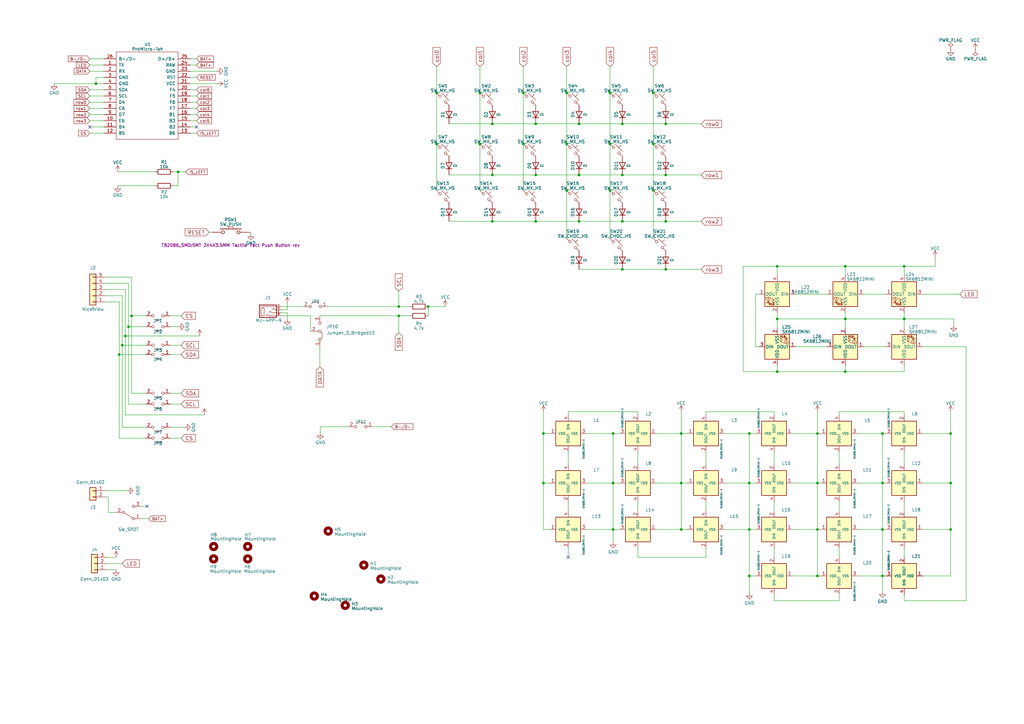
<source format=kicad_sch>
(kicad_sch (version 20230121) (generator eeschema)
  (paper "A3")
  (title_block (title "uniCorne Cherry") (date "2023-07-20") (rev "0.9") (company "Thunderbird2086"))
  (junction (at 219.71 50.8))
  (junction (at 237.49 71.755))
  (junction (at 50.165 141.605))
  (junction (at 361.95 236.22))
  (junction (at 250.19 78.105))
  (junction (at 163.576 125.73))
  (junction (at 179.07 59.055))
  (junction (at 361.95 177.8))
  (junction (at 251.46 198.12))
  (junction (at 318.77 152.4))
  (junction (at 196.85 38.1))
  (junction (at 389.89 217.17))
  (junction (at 222.885 198.12))
  (junction (at 389.89 198.12))
  (junction (at 370.84 130.81))
  (junction (at 201.93 71.755))
  (junction (at 318.77 109.22))
  (junction (at 389.89 177.8))
  (junction (at 251.46 217.17))
  (junction (at 267.97 59.055))
  (junction (at 237.49 90.805))
  (junction (at 335.28 198.12))
  (junction (at 335.28 217.17))
  (junction (at 163.576 129.54))
  (junction (at 48.895 145.415))
  (junction (at 318.77 130.81))
  (junction (at 307.34 177.8))
  (junction (at 214.63 59.055))
  (junction (at 196.85 59.055))
  (junction (at 219.71 71.755))
  (junction (at 179.07 38.1))
  (junction (at 251.46 177.8))
  (junction (at 201.93 90.805))
  (junction (at 201.93 50.8))
  (junction (at 361.95 217.17))
  (junction (at 273.05 50.8))
  (junction (at 307.34 198.12))
  (junction (at 222.885 177.8))
  (junction (at 370.84 109.22))
  (junction (at 307.34 236.22))
  (junction (at 232.41 59.055))
  (junction (at 237.49 50.8))
  (junction (at 273.05 90.805))
  (junction (at 51.435 137.795))
  (junction (at 346.71 152.4))
  (junction (at 52.705 133.985))
  (junction (at 255.27 71.755))
  (junction (at 279.4 198.12))
  (junction (at 232.41 38.1))
  (junction (at 232.41 78.105))
  (junction (at 273.05 71.755))
  (junction (at 335.28 177.8))
  (junction (at 267.97 38.1))
  (junction (at 346.71 109.22))
  (junction (at 214.63 38.1))
  (junction (at 361.95 198.12))
  (junction (at 53.975 129.54))
  (junction (at 73.025 70.485))
  (junction (at 346.71 130.81))
  (junction (at 250.19 38.1))
  (junction (at 255.27 110.49))
  (junction (at 307.34 217.17))
  (junction (at 255.27 50.8))
  (junction (at 175.641 125.73))
  (junction (at 273.05 110.49))
  (junction (at 335.28 236.22))
  (junction (at 267.97 78.105))
  (junction (at 255.27 90.805))
  (junction (at 219.71 90.805))
  (junction (at 279.4 177.8))
  (junction (at 39.37 34.29))
  (junction (at 250.19 59.055))
  (junction (at 279.4 217.17))
  (no_connect (at 36.83 52.07))
  (no_connect (at 60.325 207.645))
  (no_connect (at 80.645 52.07))
  (no_connect (at 233.045 228.6))
  (wire (pts (xy 36.83 54.61) (xy 42.545 54.61)))
  (wire (pts (xy 201.93 50.8) (xy 219.71 50.8)))
  (wire (pts (xy 240.665 177.8) (xy 251.46 177.8)))
  (wire (pts (xy 196.85 59.055) (xy 196.85 78.105)))
  (wire (pts (xy 269.24 198.12) (xy 279.4 198.12)))
  (wire (pts (xy 267.97 38.1) (xy 267.97 59.055)))
  (wire (pts (xy 344.17 168.91) (xy 370.84 168.91)))
  (wire (pts (xy 281.94 217.17) (xy 279.4 217.17)))
  (wire (pts (xy 36.83 44.45) (xy 42.545 44.45)))
  (wire (pts (xy 102.87 95.25) (xy 102.235 95.25)))
  (wire (pts (xy 279.4 177.8) (xy 279.4 198.12)))
  (wire (pts (xy 326.39 120.65) (xy 339.09 120.65)))
  (wire (pts (xy 51.435 137.795) (xy 51.435 170.18)))
  (wire (pts (xy 102.87 95.885) (xy 102.87 95.25)))
  (wire (pts (xy 318.77 152.4) (xy 346.71 152.4)))
  (wire (pts (xy 261.62 228.6) (xy 289.56 228.6)))
  (wire (pts (xy 279.4 168.91) (xy 279.4 177.8)))
  (wire (pts (xy 78.105 34.29) (xy 88.9 34.29)))
  (wire (pts (xy 53.975 129.54) (xy 59.69 129.54)))
  (wire (pts (xy 59.69 141.605) (xy 50.165 141.605)))
  (wire (pts (xy 69.85 179.705) (xy 74.295 179.705)))
  (wire (pts (xy 267.97 78.105) (xy 267.97 97.79)))
  (wire (pts (xy 269.24 217.17) (xy 279.4 217.17)))
  (wire (pts (xy 250.19 38.1) (xy 250.19 59.055)))
  (wire (pts (xy 51.435 118.745) (xy 43.18 118.745)))
  (wire (pts (xy 304.8 109.22) (xy 304.8 152.4)))
  (wire (pts (xy 74.295 145.415) (xy 69.85 145.415)))
  (wire (pts (xy 59.69 145.415) (xy 48.895 145.415)))
  (wire (pts (xy 179.07 59.055) (xy 179.07 78.105)))
  (wire (pts (xy 391.16 130.81) (xy 370.84 130.81)))
  (wire (pts (xy 36.83 29.21) (xy 42.545 29.21)))
  (wire (pts (xy 232.41 59.055) (xy 232.41 78.105)))
  (wire (pts (xy 261.62 168.91) (xy 261.62 170.18)))
  (wire (pts (xy 346.71 130.81) (xy 370.84 130.81)))
  (wire (pts (xy 317.5 205.74) (xy 317.5 209.55)))
  (wire (pts (xy 361.95 236.22) (xy 363.22 236.22)))
  (wire (pts (xy 361.95 198.12) (xy 361.95 217.17)))
  (wire (pts (xy 53.975 129.54) (xy 53.975 113.665)))
  (wire (pts (xy 370.84 243.84) (xy 370.84 246.38)))
  (wire (pts (xy 251.46 198.12) (xy 254 198.12)))
  (wire (pts (xy 318.77 130.81) (xy 318.77 128.27)))
  (wire (pts (xy 297.18 177.8) (xy 307.34 177.8)))
  (wire (pts (xy 51.435 118.745) (xy 51.435 137.795)))
  (wire (pts (xy 78.105 41.91) (xy 80.645 41.91)))
  (wire (pts (xy 48.895 179.705) (xy 59.69 179.705)))
  (wire (pts (xy 78.105 29.21) (xy 88.9 29.21)))
  (wire (pts (xy 351.79 177.8) (xy 361.95 177.8)))
  (wire (pts (xy 39.37 31.75) (xy 39.37 34.29)))
  (wire (pts (xy 289.56 185.42) (xy 289.56 190.5)))
  (wire (pts (xy 307.34 236.22) (xy 307.34 243.205)))
  (wire (pts (xy 378.46 120.65) (xy 393.7 120.65)))
  (wire (pts (xy 219.71 71.755) (xy 237.49 71.755)))
  (wire (pts (xy 279.4 177.8) (xy 281.94 177.8)))
  (wire (pts (xy 179.07 27.305) (xy 179.07 38.1)))
  (wire (pts (xy 36.83 41.91) (xy 42.545 41.91)))
  (wire (pts (xy 378.46 177.8) (xy 389.89 177.8)))
  (wire (pts (xy 115.316 127) (xy 117.856 127)))
  (wire (pts (xy 78.105 39.37) (xy 80.645 39.37)))
  (wire (pts (xy 48.895 145.415) (xy 48.895 179.705)))
  (wire (pts (xy 251.46 177.8) (xy 254 177.8)))
  (wire (pts (xy 233.045 205.74) (xy 233.045 209.55)))
  (wire (pts (xy 318.77 152.4) (xy 318.77 149.86)))
  (wire (pts (xy 52.705 165.735) (xy 59.69 165.735)))
  (wire (pts (xy 52.705 116.205) (xy 43.18 116.205)))
  (wire (pts (xy 42.545 26.67) (xy 36.83 26.67)))
  (wire (pts (xy 336.55 217.17) (xy 335.28 217.17)))
  (wire (pts (xy 389.89 198.12) (xy 389.89 217.17)))
  (wire (pts (xy 43.18 201.295) (xy 52.07 201.295)))
  (wire (pts (xy 117.856 127) (xy 117.856 124.46)))
  (wire (pts (xy 317.5 224.79) (xy 317.5 228.6)))
  (wire (pts (xy 279.4 198.12) (xy 281.94 198.12)))
  (wire (pts (xy 42.545 52.07) (xy 36.83 52.07)))
  (wire (pts (xy 42.545 39.37) (xy 36.83 39.37)))
  (wire (pts (xy 53.975 161.29) (xy 53.975 129.54)))
  (wire (pts (xy 85.725 95.25) (xy 86.995 95.25)))
  (wire (pts (xy 287.655 50.8) (xy 273.05 50.8)))
  (wire (pts (xy 214.63 38.1) (xy 214.63 59.055)))
  (wire (pts (xy 52.705 133.985) (xy 59.69 133.985)))
  (wire (pts (xy 50.165 175.26) (xy 59.69 175.26)))
  (wire (pts (xy 318.77 109.22) (xy 318.77 113.03)))
  (wire (pts (xy 225.425 217.17) (xy 222.885 217.17)))
  (wire (pts (xy 127.381 129.54) (xy 127.381 135.89)))
  (wire (pts (xy 335.28 217.17) (xy 335.28 236.22)))
  (wire (pts (xy 309.88 120.65) (xy 311.15 120.65)))
  (wire (pts (xy 184.15 71.755) (xy 201.93 71.755)))
  (wire (pts (xy 307.34 198.12) (xy 309.88 198.12)))
  (wire (pts (xy 335.28 198.12) (xy 336.55 198.12)))
  (wire (pts (xy 287.655 110.49) (xy 273.05 110.49)))
  (wire (pts (xy 354.33 142.24) (xy 363.22 142.24)))
  (wire (pts (xy 287.655 90.805) (xy 273.05 90.805)))
  (wire (pts (xy 370.84 190.5) (xy 370.84 185.42)))
  (wire (pts (xy 391.16 130.81) (xy 391.16 133.35)))
  (wire (pts (xy 251.46 217.17) (xy 254 217.17)))
  (wire (pts (xy 287.655 71.755) (xy 273.05 71.755)))
  (wire (pts (xy 232.41 27.305) (xy 232.41 38.1)))
  (wire (pts (xy 336.55 236.22) (xy 335.28 236.22)))
  (wire (pts (xy 240.665 217.17) (xy 251.46 217.17)))
  (wire (pts (xy 53.975 161.29) (xy 59.69 161.29)))
  (wire (pts (xy 307.34 177.8) (xy 309.88 177.8)))
  (wire (pts (xy 73.025 70.485) (xy 76.2 70.485)))
  (wire (pts (xy 361.95 236.22) (xy 361.95 242.57)))
  (wire (pts (xy 214.63 27.305) (xy 214.63 38.1)))
  (wire (pts (xy 184.15 50.8) (xy 201.93 50.8)))
  (wire (pts (xy 354.33 120.65) (xy 363.22 120.65)))
  (wire (pts (xy 163.576 129.54) (xy 168.021 129.54)))
  (wire (pts (xy 304.8 152.4) (xy 318.77 152.4)))
  (wire (pts (xy 370.84 109.22) (xy 383.54 109.22)))
  (wire (pts (xy 39.37 34.29) (xy 42.545 34.29)))
  (wire (pts (xy 78.105 36.83) (xy 80.645 36.83)))
  (wire (pts (xy 232.41 78.105) (xy 232.41 97.79)))
  (wire (pts (xy 43.815 228.6) (xy 47.625 228.6)))
  (wire (pts (xy 36.83 36.83) (xy 42.545 36.83)))
  (wire (pts (xy 344.17 168.91) (xy 344.17 170.18)))
  (wire (pts (xy 184.15 90.805) (xy 201.93 90.805)))
  (wire (pts (xy 261.62 228.6) (xy 261.62 224.79)))
  (wire (pts (xy 36.83 49.53) (xy 42.545 49.53)))
  (wire (pts (xy 325.12 217.17) (xy 335.28 217.17)))
  (wire (pts (xy 267.97 59.055) (xy 267.97 78.105)))
  (wire (pts (xy 69.85 175.26) (xy 75.565 175.26)))
  (wire (pts (xy 196.85 27.305) (xy 196.85 38.1)))
  (wire (pts (xy 182.626 125.73) (xy 175.641 125.73)))
  (wire (pts (xy 261.62 190.5) (xy 261.62 185.42)))
  (wire (pts (xy 370.84 130.81) (xy 370.84 134.62)))
  (wire (pts (xy 261.62 205.74) (xy 261.62 209.55)))
  (wire (pts (xy 175.641 129.54) (xy 175.641 125.73)))
  (wire (pts (xy 289.56 228.6) (xy 289.56 224.79)))
  (wire (pts (xy 346.71 130.81) (xy 346.71 134.62)))
  (wire (pts (xy 251.46 177.8) (xy 251.46 198.12)))
  (wire (pts (xy 74.295 161.29) (xy 69.85 161.29)))
  (wire (pts (xy 346.71 152.4) (xy 346.71 149.86)))
  (wire (pts (xy 267.97 27.305) (xy 267.97 38.1)))
  (wire (pts (xy 351.79 236.22) (xy 361.95 236.22)))
  (wire (pts (xy 232.41 38.1) (xy 232.41 59.055)))
  (wire (pts (xy 51.435 170.18) (xy 83.82 170.18)))
  (wire (pts (xy 318.77 109.22) (xy 346.71 109.22)))
  (wire (pts (xy 304.8 109.22) (xy 318.77 109.22)))
  (wire (pts (xy 42.545 24.13) (xy 36.83 24.13)))
  (wire (pts (xy 317.5 168.91) (xy 317.5 170.18)))
  (wire (pts (xy 289.56 168.91) (xy 289.56 170.18)))
  (wire (pts (xy 361.95 198.12) (xy 363.22 198.12)))
  (wire (pts (xy 309.88 142.24) (xy 311.15 142.24)))
  (wire (pts (xy 233.045 185.42) (xy 233.045 190.5)))
  (wire (pts (xy 44.45 210.185) (xy 44.45 203.835)))
  (wire (pts (xy 53.975 113.665) (xy 43.18 113.665)))
  (wire (pts (xy 318.77 130.81) (xy 346.71 130.81)))
  (wire (pts (xy 370.84 149.86) (xy 370.84 152.4)))
  (wire (pts (xy 117.856 128.27) (xy 117.856 130.81)))
  (wire (pts (xy 48.26 76.2) (xy 63.5 76.2)))
  (wire (pts (xy 346.71 109.22) (xy 346.71 113.03)))
  (wire (pts (xy 44.45 210.185) (xy 47.625 210.185)))
  (wire (pts (xy 273.05 90.805) (xy 255.27 90.805)))
  (wire (pts (xy 269.24 177.8) (xy 279.4 177.8)))
  (wire (pts (xy 250.19 59.055) (xy 250.19 78.105)))
  (wire (pts (xy 326.39 142.24) (xy 339.09 142.24)))
  (wire (pts (xy 201.93 90.805) (xy 219.71 90.805)))
  (wire (pts (xy 222.885 177.8) (xy 222.885 198.12)))
  (wire (pts (xy 346.71 130.81) (xy 346.71 128.27)))
  (wire (pts (xy 273.05 110.49) (xy 255.27 110.49)))
  (wire (pts (xy 251.46 217.17) (xy 251.46 222.25)))
  (wire (pts (xy 297.18 198.12) (xy 307.34 198.12)))
  (wire (pts (xy 297.18 217.17) (xy 307.34 217.17)))
  (wire (pts (xy 370.84 152.4) (xy 346.71 152.4)))
  (wire (pts (xy 335.28 198.12) (xy 335.28 217.17)))
  (wire (pts (xy 115.316 129.54) (xy 127.381 129.54)))
  (wire (pts (xy 396.24 246.38) (xy 370.84 246.38)))
  (wire (pts (xy 307.34 177.8) (xy 307.34 198.12)))
  (wire (pts (xy 74.295 141.605) (xy 69.85 141.605)))
  (wire (pts (xy 378.46 217.17) (xy 389.89 217.17)))
  (wire (pts (xy 370.84 128.27) (xy 370.84 130.81)))
  (wire (pts (xy 131.191 129.54) (xy 163.576 129.54)))
  (wire (pts (xy 60.325 207.645) (xy 57.785 207.645)))
  (wire (pts (xy 44.45 203.835) (xy 43.18 203.835)))
  (wire (pts (xy 222.885 168.91) (xy 222.885 177.8)))
  (wire (pts (xy 50.165 141.605) (xy 50.165 175.26)))
  (wire (pts (xy 383.54 105.41) (xy 383.54 109.22)))
  (wire (pts (xy 69.85 129.54) (xy 74.295 129.54)))
  (wire (pts (xy 201.93 71.755) (xy 219.71 71.755)))
  (wire (pts (xy 318.77 130.81) (xy 318.77 134.62)))
  (wire (pts (xy 78.105 31.75) (xy 80.645 31.75)))
  (wire (pts (xy 237.49 71.755) (xy 255.27 71.755)))
  (wire (pts (xy 43.18 123.825) (xy 48.895 123.825)))
  (wire (pts (xy 325.12 177.8) (xy 335.28 177.8)))
  (wire (pts (xy 237.49 90.805) (xy 255.27 90.805)))
  (wire (pts (xy 131.318 175.006) (xy 142.875 175.006)))
  (wire (pts (xy 289.56 168.91) (xy 317.5 168.91)))
  (wire (pts (xy 325.12 198.12) (xy 335.28 198.12)))
  (wire (pts (xy 237.49 50.8) (xy 255.27 50.8)))
  (wire (pts (xy 163.576 119.38) (xy 163.576 125.73)))
  (wire (pts (xy 163.576 125.73) (xy 168.021 125.73)))
  (wire (pts (xy 78.105 46.99) (xy 80.645 46.99)))
  (wire (pts (xy 370.84 109.22) (xy 370.84 113.03)))
  (wire (pts (xy 240.665 198.12) (xy 251.46 198.12)))
  (wire (pts (xy 74.295 165.735) (xy 69.85 165.735)))
  (wire (pts (xy 389.89 168.91) (xy 389.89 177.8)))
  (wire (pts (xy 153.035 175.006) (xy 160.528 175.006)))
  (wire (pts (xy 51.435 137.795) (xy 81.915 137.795)))
  (wire (pts (xy 69.85 133.985) (xy 73.025 133.985)))
  (wire (pts (xy 115.316 125.73) (xy 124.206 125.73)))
  (wire (pts (xy 335.28 177.8) (xy 336.55 177.8)))
  (wire (pts (xy 222.885 198.12) (xy 222.885 217.17)))
  (wire (pts (xy 309.88 120.65) (xy 309.88 142.24)))
  (wire (pts (xy 370.84 205.74) (xy 370.84 209.55)))
  (wire (pts (xy 325.12 236.22) (xy 335.28 236.22)))
  (wire (pts (xy 115.316 128.27) (xy 117.856 128.27)))
  (wire (pts (xy 179.07 38.1) (xy 179.07 59.055)))
  (wire (pts (xy 250.19 27.305) (xy 250.19 38.1)))
  (wire (pts (xy 361.95 217.17) (xy 361.95 236.22)))
  (wire (pts (xy 317.5 246.38) (xy 344.17 246.38)))
  (wire (pts (xy 237.49 110.49) (xy 255.27 110.49)))
  (wire (pts (xy 351.79 217.17) (xy 361.95 217.17)))
  (wire (pts (xy 361.95 217.17) (xy 363.22 217.17)))
  (wire (pts (xy 307.34 236.22) (xy 309.88 236.22)))
  (wire (pts (xy 43.18 121.285) (xy 50.165 121.285)))
  (wire (pts (xy 233.045 168.91) (xy 261.62 168.91)))
  (wire (pts (xy 389.89 177.8) (xy 389.89 198.12)))
  (wire (pts (xy 361.95 177.8) (xy 361.95 198.12)))
  (wire (pts (xy 43.815 233.68) (xy 47.625 233.68)))
  (wire (pts (xy 335.28 168.91) (xy 335.28 177.8)))
  (wire (pts (xy 39.37 31.75) (xy 42.545 31.75)))
  (wire (pts (xy 344.17 224.79) (xy 344.17 228.6)))
  (wire (pts (xy 36.83 46.99) (xy 42.545 46.99)))
  (wire (pts (xy 273.05 71.755) (xy 255.27 71.755)))
  (wire (pts (xy 50.165 121.285) (xy 50.165 141.605)))
  (wire (pts (xy 222.885 177.8) (xy 225.425 177.8)))
  (wire (pts (xy 344.17 185.42) (xy 344.17 190.5)))
  (wire (pts (xy 273.05 50.8) (xy 255.27 50.8)))
  (wire (pts (xy 131.318 177.546) (xy 131.318 175.006)))
  (wire (pts (xy 196.85 38.1) (xy 196.85 59.055)))
  (wire (pts (xy 48.26 70.485) (xy 63.5 70.485)))
  (wire (pts (xy 361.95 177.8) (xy 363.22 177.8)))
  (wire (pts (xy 307.34 217.17) (xy 307.34 236.22)))
  (wire (pts (xy 370.84 224.79) (xy 370.84 228.6)))
  (wire (pts (xy 78.105 24.13) (xy 80.645 24.13)))
  (wire (pts (xy 71.12 76.2) (xy 73.025 76.2)))
  (wire (pts (xy 344.17 246.38) (xy 344.17 243.84)))
  (wire (pts (xy 43.815 231.14) (xy 50.165 231.14)))
  (wire (pts (xy 131.191 142.24) (xy 131.191 150.495)))
  (wire (pts (xy 378.46 198.12) (xy 389.89 198.12)))
  (wire (pts (xy 222.885 198.12) (xy 225.425 198.12)))
  (wire (pts (xy 52.705 165.735) (xy 52.705 133.985)))
  (wire (pts (xy 317.5 190.5) (xy 317.5 185.42)))
  (wire (pts (xy 57.785 212.725) (xy 60.96 212.725)))
  (wire (pts (xy 307.34 217.17) (xy 309.88 217.17)))
  (wire (pts (xy 78.105 49.53) (xy 80.645 49.53)))
  (wire (pts (xy 78.105 52.07) (xy 80.645 52.07)))
  (wire (pts (xy 163.576 129.54) (xy 163.576 136.525)))
  (wire (pts (xy 307.34 198.12) (xy 307.34 217.17)))
  (wire (pts (xy 378.46 236.22) (xy 389.89 236.22)))
  (wire (pts (xy 71.12 70.485) (xy 73.025 70.485)))
  (wire (pts (xy 351.79 198.12) (xy 361.95 198.12)))
  (wire (pts (xy 251.46 198.12) (xy 251.46 217.17)))
  (wire (pts (xy 73.025 70.485) (xy 73.025 76.2)))
  (wire (pts (xy 219.71 50.8) (xy 237.49 50.8)))
  (wire (pts (xy 279.4 198.12) (xy 279.4 217.17)))
  (wire (pts (xy 78.105 54.61) (xy 80.645 54.61)))
  (wire (pts (xy 233.045 168.91) (xy 233.045 170.18)))
  (wire (pts (xy 389.89 217.17) (xy 389.89 236.22)))
  (wire (pts (xy 78.105 44.45) (xy 80.645 44.45)))
  (wire (pts (xy 370.84 168.91) (xy 370.84 170.18)))
  (wire (pts (xy 317.5 246.38) (xy 317.5 243.84)))
  (wire (pts (xy 233.045 228.6) (xy 233.045 224.79)))
  (wire (pts (xy 396.24 142.24) (xy 378.46 142.24)))
  (wire (pts (xy 344.17 205.74) (xy 344.17 209.55)))
  (wire (pts (xy 22.225 34.29) (xy 39.37 34.29)))
  (wire (pts (xy 48.895 123.825) (xy 48.895 145.415)))
  (wire (pts (xy 52.705 133.985) (xy 52.705 116.205)))
  (wire (pts (xy 396.24 246.38) (xy 396.24 142.24)))
  (wire (pts (xy 346.71 109.22) (xy 370.84 109.22)))
  (wire (pts (xy 219.71 90.805) (xy 237.49 90.805)))
  (wire (pts (xy 250.19 78.105) (xy 250.19 97.79)))
  (wire (pts (xy 78.105 26.67) (xy 80.645 26.67)))
  (wire (pts (xy 289.56 205.74) (xy 289.56 209.55)))
  (wire (pts (xy 214.63 59.055) (xy 214.63 78.105)))
  (wire (pts (xy 335.28 177.8) (xy 335.28 198.12)))
  (wire (pts (xy 134.366 125.73) (xy 163.576 125.73)))
  (global_label "col0" (shape input) (at 179.07 27.305 90) (effects (font (size 1.524 1.524))) (property "Intersheetrefs" "${INTERSHEET_REFS}" (effects hide)))
  (global_label "col4" (shape input) (at 250.19 27.305 90) (effects (font (size 1.524 1.524))) (property "Intersheetrefs" "${INTERSHEET_REFS}" (effects hide)))
  (global_label "SDA" (shape input) (at 163.576 136.525 270) (effects (font (size 1.524 1.524))) (property "Intersheetrefs" "${INTERSHEET_REFS}" (effects hide)))
  (global_label "SCL" (shape input) (at 163.576 119.38 90) (effects (font (size 1.524 1.524))) (property "Intersheetrefs" "${INTERSHEET_REFS}" (effects hide)))
  (global_label "RESET" (shape input) (at 85.725 95.25 180) (effects (font (size 1.524 1.524))) (property "Intersheetrefs" "${INTERSHEET_REFS}" (effects hide)))
  (global_label "IS_LEFT" (shape input) (at 80.645 54.61 0) (effects (font (size 1.1938 1.1938))) (property "Intersheetrefs" "${INTERSHEET_REFS}" (effects hide)))
  (global_label "col1" (shape input) (at 196.85 27.305 90) (effects (font (size 1.524 1.524))) (property "Intersheetrefs" "${INTERSHEET_REFS}" (effects hide)))
  (global_label "col5" (shape input) (at 80.645 49.53 0) (effects (font (size 1.1938 1.1938))) (property "Intersheetrefs" "${INTERSHEET_REFS}" (effects hide)))
  (global_label "SCL" (shape input) (at 36.83 39.37 180) (effects (font (size 1.1938 1.1938))) (property "Intersheetrefs" "${INTERSHEET_REFS}" (effects hide)))
  (global_label "row1" (shape input) (at 36.83 44.45 180) (effects (font (size 1.1938 1.1938))) (property "Intersheetrefs" "${INTERSHEET_REFS}" (effects hide)))
  (global_label "row1" (shape input) (at 287.655 71.755 0) (effects (font (size 1.524 1.524))) (property "Intersheetrefs" "${INTERSHEET_REFS}" (effects hide)))
  (global_label "row2" (shape input) (at 287.655 90.805 0) (effects (font (size 1.524 1.524))) (property "Intersheetrefs" "${INTERSHEET_REFS}" (effects hide)))
  (global_label "IS_LEFT" (shape input) (at 76.2 70.485 0) (effects (font (size 1.1938 1.1938))) (property "Intersheetrefs" "${INTERSHEET_REFS}" (effects hide)))
  (global_label "SCL" (shape input) (at 74.295 165.735 0) (effects (font (size 1.524 1.524))) (property "Intersheetrefs" "${INTERSHEET_REFS}" (effects hide)))
  (global_label "LED" (shape input) (at 393.7 120.65 0) (effects (font (size 1.524 1.524))) (property "Intersheetrefs" "${INTERSHEET_REFS}" (effects hide)))
  (global_label "col2" (shape input) (at 214.63 27.305 90) (effects (font (size 1.524 1.524))) (property "Intersheetrefs" "${INTERSHEET_REFS}" (effects hide)))
  (global_label "LED" (shape input) (at 36.83 26.67 180) (effects (font (size 1.1938 1.1938))) (property "Intersheetrefs" "${INTERSHEET_REFS}" (effects hide)))
  (global_label "BAT+" (shape input) (at 80.645 24.13 0) (effects (font (size 1.1938 1.1938))) (property "Intersheetrefs" "${INTERSHEET_REFS}" (effects hide)))
  (global_label "row3" (shape input) (at 287.655 110.49 0) (effects (font (size 1.524 1.524))) (property "Intersheetrefs" "${INTERSHEET_REFS}" (effects hide)))
  (global_label "col5" (shape input) (at 267.97 27.305 90) (effects (font (size 1.524 1.524))) (property "Intersheetrefs" "${INTERSHEET_REFS}" (effects hide)))
  (global_label "LED" (shape input) (at 50.165 231.14 0) (effects (font (size 1.524 1.524))) (property "Intersheetrefs" "${INTERSHEET_REFS}" (effects hide)))
  (global_label "col4" (shape input) (at 80.645 46.99 0) (effects (font (size 1.1938 1.1938))) (property "Intersheetrefs" "${INTERSHEET_REFS}" (effects hide)))
  (global_label "col0" (shape input) (at 80.645 36.83 0) (effects (font (size 1.1938 1.1938))) (property "Intersheetrefs" "${INTERSHEET_REFS}" (effects hide)))
  (global_label "DATA" (shape input) (at 131.191 150.495 270) (effects (font (size 1.524 1.524))) (property "Intersheetrefs" "${INTERSHEET_REFS}" (effects hide)))
  (global_label "B-{slash}D-" (shape input) (at 160.528 175.006 0) (effects (font (size 1.1938 1.1938))) (property "Intersheetrefs" "${INTERSHEET_REFS}" (effects hide)))
  (global_label "SDA" (shape input) (at 74.295 161.29 0) (effects (font (size 1.524 1.524))) (property "Intersheetrefs" "${INTERSHEET_REFS}" (effects hide)))
  (global_label "BAT+" (shape input) (at 60.96 212.725 0) (effects (font (size 1.1938 1.1938))) (property "Intersheetrefs" "${INTERSHEET_REFS}" (effects hide)))
  (global_label "CS" (shape input) (at 36.83 54.61 180) (effects (font (size 1.1938 1.1938))) (property "Intersheetrefs" "${INTERSHEET_REFS}" (effects hide)))
  (global_label "RESET" (shape input) (at 80.645 31.75 0) (effects (font (size 1.1938 1.1938))) (property "Intersheetrefs" "${INTERSHEET_REFS}" (effects hide)))
  (global_label "B-{slash}D-" (shape input) (at 36.83 24.13 180) (effects (font (size 1.1938 1.1938))) (property "Intersheetrefs" "${INTERSHEET_REFS}" (effects hide)))
  (global_label "row3" (shape input) (at 36.83 49.53 180) (effects (font (size 1.1938 1.1938))) (property "Intersheetrefs" "${INTERSHEET_REFS}" (effects hide)))
  (global_label "col3" (shape input) (at 232.41 27.305 90) (effects (font (size 1.524 1.524))) (property "Intersheetrefs" "${INTERSHEET_REFS}" (effects hide)))
  (global_label "col3" (shape input) (at 80.645 44.45 0) (effects (font (size 1.1938 1.1938))) (property "Intersheetrefs" "${INTERSHEET_REFS}" (effects hide)))
  (global_label "SCL" (shape input) (at 74.295 141.605 0) (effects (font (size 1.524 1.524))) (property "Intersheetrefs" "${INTERSHEET_REFS}" (effects hide)))
  (global_label "row0" (shape input) (at 287.655 50.8 0) (effects (font (size 1.524 1.524))) (property "Intersheetrefs" "${INTERSHEET_REFS}" (effects hide)))
  (global_label "SDA" (shape input) (at 36.83 36.83 180) (effects (font (size 1.1938 1.1938))) (property "Intersheetrefs" "${INTERSHEET_REFS}" (effects hide)))
  (global_label "col1" (shape input) (at 80.645 39.37 0) (effects (font (size 1.1938 1.1938))) (property "Intersheetrefs" "${INTERSHEET_REFS}" (effects hide)))
  (global_label "CS" (shape input) (at 74.295 179.705 0) (effects (font (size 1.524 1.524))) (property "Intersheetrefs" "${INTERSHEET_REFS}" (effects hide)))
  (global_label "SDA" (shape input) (at 74.295 145.415 0) (effects (font (size 1.524 1.524))) (property "Intersheetrefs" "${INTERSHEET_REFS}" (effects hide)))
  (global_label "BAT+" (shape input) (at 80.645 26.67 0) (effects (font (size 1.1938 1.1938))) (property "Intersheetrefs" "${INTERSHEET_REFS}" (effects hide)))
  (global_label "DATA" (shape input) (at 36.83 29.21 180) (effects (font (size 1.1938 1.1938))) (property "Intersheetrefs" "${INTERSHEET_REFS}" (effects hide)))
  (global_label "col2" (shape input) (at 80.645 41.91 0) (effects (font (size 1.1938 1.1938))) (property "Intersheetrefs" "${INTERSHEET_REFS}" (effects hide)))
  (global_label "row2" (shape input) (at 36.83 46.99 180) (effects (font (size 1.1938 1.1938))) (property "Intersheetrefs" "${INTERSHEET_REFS}" (effects hide)))
  (global_label "CS" (shape input) (at 74.295 129.54 0) (effects (font (size 1.524 1.524))) (property "Intersheetrefs" "${INTERSHEET_REFS}" (effects hide)))
  (global_label "row0" (shape input) (at 36.83 41.91 180) (effects (font (size 1.1938 1.1938))) (property "Intersheetrefs" "${INTERSHEET_REFS}" (effects hide)))
  (symbol (lib_id "Device:R") (at 171.831 125.73 90) (unit 1)
    (property "Reference" "R3" (at 171.831 121.7041 90))
    (property "Value" "4.7k" (at 171.831 123.6251 90))
    (property "Footprint" "TB2086_SMD:R_0805_2012Metric_Pad1.20x1.40mm_HandSolder_rev" (effects hide))
  )
  (symbol (lib_id "Jumper:Jumper_2_Open") (at 64.77 165.735 180) (unit 1)
    (property "Reference" "JP6" (at 64.77 167.767 0))
    (property "Value" " " (at 64.516 164.211 0))
    (property "Footprint" "TB2086_MISC:SolderJumper-2_P1.3mm_Open_TrianglePad1.0x1.5mm" (effects hide))
  )
  (symbol (lib_id "TB2086_KEYSWITCH:SW_MX_HS") (at 199.39 80.645 0) (unit 1)
    (property "Reference" "SW14" (at 199.39 75.2221 0))
    (property "Value" "SW_MX_HS" (at 199.39 77.1431 0))
    (property "Footprint" "TB2086_KEYSWITCH:SW_MX_HS_1u_reversible" (effects hide))
  )
  (symbol (lib_id "TB2086_LED:SK6812MINI-E") (at 370.84 236.22 270) (mirror x) (unit 1)
    (property "Reference" "L21" (at 373.9897 228.1301 90) (effects (justify left)))
    (property "Value" "SK6812MINI-E" (at 364.49 229.87 0) (effects (font (size 0.7366 0.7366))))
    (property "Footprint" "TB2086_LED:LED_SK6812MINI-E_rev" (effects hide))
    (property "Datasheet" "https://cdn-shop.adafruit.com/product-files/2686/SK6812MINI_REV.01-1-2.pdf" (effects hide))
  )
  (symbol (lib_id "Mechanical:MountingHole") (at 141.605 248.285 0) (unit 1)
    (property "Reference" "H3" (at 144.145 247.6413 0) (effects (justify left)))
    (property "Value" "MountingHole" (at 144.145 249.5623 0) (effects (justify left)))
    (property "Footprint" "TB2086_MISC:M2_Hole_TH_Outside" (effects hide))
  )
  (symbol (lib_id "Switch:SW_SPDT") (at 52.705 210.185 0) (mirror x) (unit 1)
    (property "Reference" "PSW1" (effects hide))
    (property "Value" "SW_SPDT" (at 52.705 217.17 0))
    (property "Footprint" "TB2086_SMD:SW_SPDT_PCM12_reversible" (effects hide))
  )
  (symbol (lib_id "Device:D") (at 184.15 46.99 90) (unit 1)
    (property "Reference" "D1" (at 181.61 46.99 0))
    (property "Value" "D" (at 186.69 46.99 0))
    (property "Footprint" "TB2086_SMD:D3_SMD_rev" (effects hide))
    (property "Sim.Device" "D" (effects hide))
    (property "Sim.Pins" "1=K 2=A" (effects hide))
  )
  (symbol (lib_id "Device:D") (at 201.93 86.995 90) (unit 1)
    (property "Reference" "D14" (at 199.39 86.995 0))
    (property "Value" "D" (at 204.47 86.995 0))
    (property "Footprint" "TB2086_SMD:D3_SMD_rev" (effects hide))
    (property "Sim.Device" "D" (effects hide))
    (property "Sim.Pins" "1=K 2=A" (effects hide))
  )
  (symbol (lib_id "power:VCC") (at 81.915 137.795 0) (unit 1)
    (property "Reference" "#PWR04" (effects hide))
    (property "Value" "VCC" (effects hide))
  )
  (symbol (lib_id "Device:D") (at 219.71 86.995 90) (unit 1)
    (property "Reference" "D15" (at 217.17 86.995 0))
    (property "Value" "D" (at 222.25 86.995 0))
    (property "Footprint" "TB2086_SMD:D3_SMD_rev" (effects hide))
    (property "Sim.Device" "D" (effects hide))
    (property "Sim.Pins" "1=K 2=A" (effects hide))
  )
  (symbol (lib_id "power:GND") (at 75.565 175.26 90) (unit 1)
    (property "Reference" "#PWR02" (effects hide))
    (property "Value" "GND" (at 79.375 175.26 0))
  )
  (symbol (lib_id "Jumper:Jumper_3_Bridged12") (at 131.191 135.89 270) (mirror x) (unit 1)
    (property "Reference" "JP10" (at 136.271 133.985 90))
    (property "Value" "Jumper_3_Bridged12" (at 143.891 136.525 90))
    (property "Footprint" "TB2086_MISC:SolderJumper-3_P1.3mm_Bridged2Bar12_RoundedPad1.0x1.5mm_rev" (effects hide))
  )
  (symbol (lib_id "TB2086_LED:SK6812MINI-E") (at 317.5 198.12 270) (mirror x) (unit 1)
    (property "Reference" "L10" (at 320.6497 190.0301 90) (effects (justify left)))
    (property "Value" "SK6812MINI-E" (at 311.15 191.77 0) (effects (font (size 0.7366 0.7366))))
    (property "Footprint" "TB2086_LED:LED_SK6812MINI-E_rev" (effects hide))
    (property "Datasheet" "https://cdn-shop.adafruit.com/product-files/2686/SK6812MINI_REV.01-1-2.pdf" (effects hide))
  )
  (symbol (lib_id "power:VCC") (at 389.89 168.91 0) (unit 1)
    (property "Reference" "#PWR0104" (effects hide))
    (property "Value" "VCC" (at 389.89 165.4081 0))
  )
  (symbol (lib_id "power:VCC") (at 47.625 228.6 0) (unit 1)
    (property "Reference" "#PWR0116" (effects hide))
    (property "Value" "VCC" (at 47.625 224.79 0))
  )
  (symbol (lib_id "TB2086_MISC:MJ-4PP-9") (at 110.236 127.635 0) (unit 1)
    (property "Reference" "J1" (at 109.9185 122.0597 0))
    (property "Value" "MJ-4PP-9" (at 110.236 131.445 0))
    (property "Footprint" "TB2086_MISC:TRRS-PJ-320A-rev" (effects hide))
  )
  (symbol (lib_id "power:VCC") (at 222.885 168.91 0) (unit 1)
    (property "Reference" "#PWR010" (effects hide))
    (property "Value" "VCC" (at 222.885 165.4081 0))
  )
  (symbol (lib_id "Jumper:Jumper_2_Open") (at 64.77 145.415 180) (unit 1)
    (property "Reference" "JP4" (at 64.77 147.447 0))
    (property "Value" " " (at 64.516 143.891 0))
    (property "Footprint" "TB2086_MISC:SolderJumper-2_P1.3mm_Open_TrianglePad1.0x1.5mm" (effects hide))
  )
  (symbol (lib_id "TB2086_KEYSWITCH:SW_MX_HS") (at 234.95 40.64 0) (unit 1)
    (property "Reference" "SW4" (at 234.95 35.2171 0))
    (property "Value" "SW_MX_HS" (at 234.95 37.1381 0))
    (property "Footprint" "TB2086_KEYSWITCH:SW_MX_HS_1u_reversible" (effects hide))
  )
  (symbol (lib_id "Jumper:Jumper_2_Open") (at 64.77 133.985 180) (unit 1)
    (property "Reference" "JP2" (at 64.77 136.017 0))
    (property "Value" " " (at 64.516 132.461 0))
    (property "Footprint" "TB2086_MISC:SolderJumper-2_P1.3mm_Open_TrianglePad1.0x1.5mm" (effects hide))
  )
  (symbol (lib_id "TB2086_LED:SK6812MINI") (at 370.84 142.24 0) (mirror x) (unit 1)
    (property "Reference" "L27" (at 372.7959 134.1501 0) (effects (justify left)))
    (property "Value" "SK6812MINI" (at 372.7959 136.0711 0) (effects (justify left)))
    (property "Footprint" "TB2086_LED:LED_SK6812MINI_PLCC4_3.5x3.5mm_P1.75mm_rev_all" (effects hide))
    (property "Datasheet" "https://cdn-shop.adafruit.com/product-files/2686/SK6812MINI_REV.01-1-2.pdf" (effects hide))
  )
  (symbol (lib_id "TB2086_LED:SK6812MINI-E") (at 233.045 198.12 90) (mirror x) (unit 1)
    (property "Reference" "L7" (at 244.613 192.7223 90))
    (property "Value" "SK6812MINI-E" (at 239.395 204.47 0) (effects (font (size 0.7366 0.7366))))
    (property "Footprint" "TB2086_LED:LED_SK6812MINI-E_rev" (effects hide))
    (property "Datasheet" "https://cdn-shop.adafruit.com/product-files/2686/SK6812MINI_REV.01-1-2.pdf" (effects hide))
  )
  (symbol (lib_id "TB2086_SMD:SMT 2X4X3.5MM Tactile Tact Push Button") (at 94.615 95.25 0) (mirror y) (unit 1)
    (property "Reference" "RSW1" (at 94.615 90.0811 0))
    (property "Value" "SW_PUSH" (at 94.615 92.0021 0))
    (property "Footprint" "TB2086_SMD:SMT 2X4X3.5MM Tactile Tact Push Button rev" (at 94.5896 100.584 0))
  )
  (symbol (lib_id "TB2086_LED:SK6812MINI-E") (at 344.17 217.17 90) (mirror x) (unit 1)
    (property "Reference" "L17" (at 355.738 211.7723 90))
    (property "Value" "SK6812MINI-E" (at 350.52 223.52 0) (effects (font (size 0.7366 0.7366))))
    (property "Footprint" "TB2086_LED:LED_SK6812MINI-E_rev" (effects hide))
    (property "Datasheet" "https://cdn-shop.adafruit.com/product-files/2686/SK6812MINI_REV.01-1-2.pdf" (effects hide))
  )
  (symbol (lib_id "power:PWR_FLAG") (at 400.05 20.32 180) (unit 1)
    (property "Reference" "#FLG0101" (effects hide))
    (property "Value" "PWR_FLAG" (at 400.05 24.13 0))
  )
  (symbol (lib_id "power:GND") (at 52.07 201.295 90) (unit 1)
    (property "Reference" "#PWR0118" (effects hide))
    (property "Value" "GND" (at 56.515 201.295 0))
  )
  (symbol (lib_id "TB2086_MISC:ProMicro-ish") (at 60.325 45.72 0) (unit 1)
    (property "Reference" "U1" (at 60.5282 18.1958 0))
    (property "Value" "ProMicro-ish" (at 60.5282 20.1168 0))
    (property "Footprint" "TB2086_MISC:ProMicro-ish-dn-rev-unrouted_3x6" (effects hide))
  )
  (symbol (lib_id "TB2086_KEYSWITCH:SW_MX_HS") (at 252.73 80.645 0) (unit 1)
    (property "Reference" "SW17" (at 252.73 75.2221 0))
    (property "Value" "SW_MX_HS" (at 252.73 77.1431 0))
    (property "Footprint" "TB2086_KEYSWITCH:SW_MX_HS_1u_reversible" (effects hide))
  )
  (symbol (lib_id "Device:R") (at 67.31 76.2 90) (unit 1)
    (property "Reference" "R2" (at 67.31 78.724 90))
    (property "Value" "10k" (at 67.31 80.645 90))
    (property "Footprint" "Resistor_SMD:R_0805_2012Metric_Pad1.20x1.40mm_HandSolder" (effects hide))
  )
  (symbol (lib_id "power:GND") (at 251.46 222.25 0) (unit 1)
    (property "Reference" "#PWR0101" (effects hide))
    (property "Value" "GND" (at 251.46 226.3855 0))
  )
  (symbol (lib_id "TB2086_LED:SK6812MINI") (at 318.77 120.65 0) (mirror y) (unit 1)
    (property "Reference" "L22" (at 330.338 117.8179 0))
    (property "Value" "SK6812MINI" (at 330.338 119.7389 0))
    (property "Footprint" "TB2086_LED:LED_SK6812MINI_PLCC4_3.5x3.5mm_P1.75mm_rev_all" (effects hide))
    (property "Datasheet" "https://cdn-shop.adafruit.com/product-files/2686/SK6812MINI_REV.01-1-2.pdf" (effects hide))
  )
  (symbol (lib_id "TB2086_LED:SK6812MINI") (at 346.71 120.65 0) (mirror y) (unit 1)
    (property "Reference" "L23" (at 347.2941 112.5601 0) (effects (justify right)))
    (property "Value" "SK6812MINI" (at 347.2941 114.4811 0) (effects (justify right)))
    (property "Footprint" "TB2086_LED:LED_SK6812MINI_PLCC4_3.5x3.5mm_P1.75mm_rev_all" (effects hide))
    (property "Datasheet" "https://cdn-shop.adafruit.com/product-files/2686/SK6812MINI_REV.01-1-2.pdf" (effects hide))
  )
  (symbol (lib_id "Device:R") (at 67.31 70.485 90) (unit 1)
    (property "Reference" "R1" (at 67.31 66.4591 90))
    (property "Value" "10k" (at 67.31 68.3801 90))
    (property "Footprint" "Resistor_SMD:R_0805_2012Metric_Pad1.20x1.40mm_HandSolder" (effects hide))
  )
  (symbol (lib_id "TB2086_LED:SK6812MINI-E") (at 344.17 177.8 90) (mirror x) (unit 1)
    (property "Reference" "L5" (at 355.738 172.4023 90))
    (property "Value" "SK6812MINI-E" (at 350.52 184.15 0) (effects (font (size 0.7366 0.7366))))
    (property "Footprint" "TB2086_LED:LED_SK6812MINI-E_rev" (effects hide))
    (property "Datasheet" "https://cdn-shop.adafruit.com/product-files/2686/SK6812MINI_REV.01-1-2.pdf" (effects hide))
  )
  (symbol (lib_id "power:VCC") (at 83.82 170.18 0) (unit 1)
    (property "Reference" "#PWR03" (effects hide))
    (property "Value" "VCC" (effects hide))
  )
  (symbol (lib_id "power:PWR_FLAG") (at 389.89 20.32 0) (unit 1)
    (property "Reference" "#FLG0102" (effects hide))
    (property "Value" "PWR_FLAG" (at 389.89 16.51 0))
  )
  (symbol (lib_id "Mechanical:MountingHole") (at 128.905 244.475 0) (unit 1)
    (property "Reference" "H4" (at 131.445 243.8313 0) (effects (justify left)))
    (property "Value" "MountingHole" (at 131.445 245.7523 0) (effects (justify left)))
    (property "Footprint" "TB2086_MISC:M2_Hole_TH_Outside" (effects hide))
  )
  (symbol (lib_id "TB2086_LED:SK6812MINI-E") (at 261.62 217.17 270) (mirror x) (unit 1)
    (property "Reference" "L14" (at 264.7697 209.0801 90) (effects (justify left)))
    (property "Value" "SK6812MINI-E" (at 255.27 210.82 0) (effects (font (size 0.7366 0.7366))))
    (property "Footprint" "TB2086_LED:LED_SK6812MINI-E_rev" (effects hide))
    (property "Datasheet" "https://cdn-shop.adafruit.com/product-files/2686/SK6812MINI_REV.01-1-2.pdf" (effects hide))
  )
  (symbol (lib_id "power:GND") (at 48.26 76.2 0) (unit 1)
    (property "Reference" "#PWR06" (effects hide))
    (property "Value" "GND" (at 48.26 80.01 0))
  )
  (symbol (lib_id "Jumper:Jumper_2_Open") (at 147.955 175.006 0) (mirror y) (unit 1)
    (property "Reference" "JP11" (at 147.955 172.974 0))
    (property "Value" " " (at 147.701 176.53 0))
    (property "Footprint" "TB2086_MISC:SolderJumper-2_P1.3mm_Open_TrianglePad1.0x1.2mm_rev" (effects hide))
  )
  (symbol (lib_id "Device:D") (at 201.93 46.99 90) (unit 1)
    (property "Reference" "D2" (at 199.39 46.99 0))
    (property "Value" "D" (at 204.47 46.99 0))
    (property "Footprint" "TB2086_SMD:D3_SMD_rev" (effects hide))
    (property "Sim.Device" "D" (effects hide))
    (property "Sim.Pins" "1=K 2=A" (effects hide))
  )
  (symbol (lib_id "TB2086_LED:SK6812MINI-E") (at 233.045 177.8 90) (mirror x) (unit 1)
    (property "Reference" "L1" (at 244.613 172.4023 90))
    (property "Value" "SK6812MINI-E" (at 239.395 184.15 0) (effects (font (size 0.7366 0.7366))))
    (property "Footprint" "TB2086_LED:LED_SK6812MINI-E_rev" (effects hide))
    (property "Datasheet" "https://cdn-shop.adafruit.com/product-files/2686/SK6812MINI_REV.01-1-2.pdf" (effects hide))
  )
  (symbol (lib_id "power:VCC") (at 117.856 124.46 0) (unit 1)
    (property "Reference" "#PWR07" (effects hide))
    (property "Value" "VCC" (at 117.856 120.65 0))
  )
  (symbol (lib_id "TB2086_KEYSWITCH:SW_CHOC_HS") (at 234.95 100.33 0) (unit 1)
    (property "Reference" "SW19" (at 234.95 94.9071 0))
    (property "Value" "SW_CHOC_HS" (at 234.95 96.8281 0))
    (property "Footprint" "TB2086_KEYSWITCH:SW_choc_v1_v2_HS_1u_reversible" (effects hide))
  )
  (symbol (lib_id "TB2086_LED:SK6812MINI") (at 346.71 142.24 0) (mirror x) (unit 1)
    (property "Reference" "L26" (at 335.142 138.0361 0))
    (property "Value" "SK6812MINI" (at 335.142 139.9571 0))
    (property "Footprint" "TB2086_LED:LED_SK6812MINI_PLCC4_3.5x3.5mm_P1.75mm_rev_all" (effects hide))
    (property "Datasheet" "https://cdn-shop.adafruit.com/product-files/2686/SK6812MINI_REV.01-1-2.pdf" (effects hide))
  )
  (symbol (lib_id "power:GND") (at 131.318 177.546 0) (mirror y) (unit 1)
    (property "Reference" "#PWR09" (effects hide))
    (property "Value" "GND" (at 131.445 181.483 0))
  )
  (symbol (lib_id "Mechanical:MountingHole") (at 87.63 229.235 0) (unit 1)
    (property "Reference" "H9" (at 88.9 232.41 0) (effects (justify right)))
    (property "Value" "MountingHole" (at 99.06 234.315 0) (effects (justify right)))
    (property "Footprint" "TB2086_MISC:M2_Hole_TH_Outside" (effects hide))
  )
  (symbol (lib_id "Jumper:Jumper_2_Open") (at 64.77 175.26 180) (unit 1)
    (property "Reference" "JP7" (at 64.77 177.292 0))
    (property "Value" " " (at 64.516 173.736 0))
    (property "Footprint" "TB2086_MISC:SolderJumper-2_P1.3mm_Open_TrianglePad1.0x1.5mm" (effects hide))
  )
  (symbol (lib_id "TB2086_KEYSWITCH:SW_MX_HS") (at 199.39 61.595 0) (unit 1)
    (property "Reference" "SW8" (at 199.39 56.1721 0))
    (property "Value" "SW_MX_HS" (at 199.39 58.0931 0))
    (property "Footprint" "TB2086_KEYSWITCH:SW_MX_HS_1u_reversible" (effects hide))
  )
  (symbol (lib_id "TB2086_KEYSWITCH:SW_MX_HS") (at 270.51 80.645 0) (unit 1)
    (property "Reference" "SW18" (at 270.51 75.2221 0))
    (property "Value" "SW_MX_HS" (at 270.51 77.1431 0))
    (property "Footprint" "TB2086_KEYSWITCH:SW_MX_HS_1u_reversible" (effects hide))
  )
  (symbol (lib_id "Device:D") (at 184.15 86.995 90) (unit 1)
    (property "Reference" "D13" (at 181.61 86.995 0))
    (property "Value" "D" (at 186.69 86.995 0))
    (property "Footprint" "TB2086_SMD:D3_SMD_rev" (effects hide))
    (property "Sim.Device" "D" (effects hide))
    (property "Sim.Pins" "1=K 2=A" (effects hide))
  )
  (symbol (lib_id "power:GND") (at 22.225 34.29 0) (unit 1)
    (property "Reference" "#PWR0121" (effects hide))
    (property "Value" "GND" (at 22.225 38.1 0))
  )
  (symbol (lib_id "power:GND") (at 47.625 233.68 0) (unit 1)
    (property "Reference" "#PWR0115" (effects hide))
    (property "Value" "GND" (at 47.625 237.49 0))
  )
  (symbol (lib_id "TB2086_LED:SK6812MINI-E") (at 233.045 217.17 90) (mirror x) (unit 1)
    (property "Reference" "L13" (at 244.613 211.7723 90))
    (property "Value" "SK6812MINI-E" (at 239.395 223.52 0) (effects (font (size 0.7366 0.7366))))
    (property "Footprint" "TB2086_LED:LED_SK6812MINI-E_rev" (effects hide))
    (property "Datasheet" "https://cdn-shop.adafruit.com/product-files/2686/SK6812MINI_REV.01-1-2.pdf" (effects hide))
  )
  (symbol (lib_id "power:VCC") (at 88.9 34.29 270) (unit 1)
    (property "Reference" "#PWR0111" (effects hide))
    (property "Value" "VCC" (at 92.71 34.29 0))
  )
  (symbol (lib_id "TB2086_LED:SK6812MINI-E") (at 317.5 236.22 270) (mirror x) (unit 1)
    (property "Reference" "L19" (at 320.6497 228.1301 90) (effects (justify left)))
    (property "Value" "SK6812MINI-E" (at 311.15 229.87 0) (effects (font (size 0.7366 0.7366))))
    (property "Footprint" "TB2086_LED:LED_SK6812MINI-E_rev" (effects hide))
    (property "Datasheet" "https://cdn-shop.adafruit.com/product-files/2686/SK6812MINI_REV.01-1-2.pdf" (effects hide))
  )
  (symbol (lib_id "Device:D") (at 201.93 67.945 90) (unit 1)
    (property "Reference" "D8" (at 199.39 67.945 0))
    (property "Value" "D" (at 204.47 67.945 0))
    (property "Footprint" "TB2086_SMD:D3_SMD_rev" (effects hide))
    (property "Sim.Device" "D" (effects hide))
    (property "Sim.Pins" "1=K 2=A" (effects hide))
  )
  (symbol (lib_id "TB2086_KEYSWITCH:SW_MX_HS") (at 181.61 40.64 0) (unit 1)
    (property "Reference" "SW1" (at 181.61 35.2171 0))
    (property "Value" "SW_MX_HS" (at 181.61 37.1381 0))
    (property "Footprint" "TB2086_KEYSWITCH:SW_MX_HS_1u_reversible" (effects hide))
  )
  (symbol (lib_id "power:GND") (at 102.87 95.885 0) (unit 1)
    (property "Reference" "#PWR0122" (effects hide))
    (property "Value" "GND" (at 102.87 99.695 0))
  )
  (symbol (lib_id "power:VCC") (at 335.28 168.91 0) (unit 1)
    (property "Reference" "#PWR0110" (effects hide))
    (property "Value" "VCC" (at 335.28 165.4081 0))
  )
  (symbol (lib_id "Device:D") (at 255.27 106.68 90) (unit 1)
    (property "Reference" "D20" (at 252.73 106.68 0))
    (property "Value" "D" (at 257.81 106.68 0))
    (property "Footprint" "TB2086_SMD:D3_SMD_rev" (effects hide))
    (property "Sim.Device" "D" (effects hide))
    (property "Sim.Pins" "1=K 2=A" (effects hide))
  )
  (symbol (lib_id "Device:D") (at 273.05 106.68 90) (unit 1)
    (property "Reference" "D21" (at 270.51 106.68 0))
    (property "Value" "D" (at 275.59 106.68 0))
    (property "Footprint" "TB2086_SMD:D3_SMD_rev" (effects hide))
    (property "Sim.Device" "D" (effects hide))
    (property "Sim.Pins" "1=K 2=A" (effects hide))
  )
  (symbol (lib_id "power:GND") (at 391.16 133.35 0) (unit 1)
    (property "Reference" "#PWR0106" (effects hide))
    (property "Value" "GND" (at 391.16 137.4855 0))
  )
  (symbol (lib_id "Connector_Generic:Conn_01x02") (at 38.1 201.295 0) (mirror y) (unit 1)
    (property "Reference" "J3" (at 38.1 208.1149 0))
    (property "Value" "Conn_01x02" (at 37.1094 197.7644 0))
    (property "Footprint" "KBD_PARTS:Molex_Pico-EZmate_78171-0002_1x02-1MP_P1.20mm_Vertical_rev" (effects hide))
  )
  (symbol (lib_id "power:GND") (at 361.95 242.57 0) (unit 1)
    (property "Reference" "#PWR0103" (effects hide))
    (property "Value" "GND" (at 361.95 246.7055 0))
  )
  (symbol (lib_id "TB2086_KEYSWITCH:SW_MX_HS") (at 270.51 40.64 0) (unit 1)
    (property "Reference" "SW6" (at 270.51 35.2171 0))
    (property "Value" "SW_MX_HS" (at 270.51 37.1381 0))
    (property "Footprint" "TB2086_KEYSWITCH:SW_MX_HS_1u_reversible" (effects hide))
  )
  (symbol (lib_id "Mechanical:MountingHole") (at 149.225 231.775 0) (unit 1)
    (property "Reference" "H1" (at 151.765 231.1313 0) (effects (justify left)))
    (property "Value" "MountingHole" (at 151.765 233.0523 0) (effects (justify left)))
    (property "Footprint" "TB2086_MISC:M2_Hole_TH" (effects hide))
  )
  (symbol (lib_id "power:GND") (at 117.856 130.81 0) (unit 1)
    (property "Reference" "#PWR08" (effects hide))
    (property "Value" "GND" (at 117.856 134.62 0))
  )
  (symbol (lib_id "TB2086_LED:SK6812MINI-E") (at 317.5 177.8 270) (mirror x) (unit 1)
    (property "Reference" "L4" (at 320.6497 169.7101 90) (effects (justify left)))
    (property "Value" "SK6812MINI-E" (at 311.15 171.45 0) (effects (font (size 0.7366 0.7366))))
    (property "Footprint" "TB2086_LED:LED_SK6812MINI-E_rev" (effects hide))
    (property "Datasheet" "https://cdn-shop.adafruit.com/product-files/2686/SK6812MINI_REV.01-1-2.pdf" (effects hide))
  )
  (symbol (lib_id "Mechanical:MountingHole") (at 101.6 229.235 0) (unit 1)
    (property "Reference" "H6" (at 102.87 232.41 0) (effects (justify right)))
    (property "Value" "MountingHole" (at 113.03 234.315 0) (effects (justify right)))
    (property "Footprint" "TB2086_MISC:M2_Hole_TH_Outside" (effects hide))
  )
  (symbol (lib_id "Device:D") (at 237.49 106.68 90) (unit 1)
    (property "Reference" "D19" (at 234.95 106.68 0))
    (property "Value" "D" (at 240.03 106.68 0))
    (property "Footprint" "TB2086_SMD:D3_SMD_rev" (effects hide))
    (property "Sim.Device" "D" (effects hide))
    (property "Sim.Pins" "1=K 2=A" (effects hide))
  )
  (symbol (lib_id "TB2086_KEYSWITCH:SW_MX_HS") (at 217.17 40.64 0) (unit 1)
    (property "Reference" "SW3" (at 217.17 35.2171 0))
    (property "Value" "SW_MX_HS" (at 217.17 37.1381 0))
    (property "Footprint" "TB2086_KEYSWITCH:SW_MX_HS_1u_reversible" (effects hide))
  )
  (symbol (lib_id "TB2086_LED:SK6812MINI") (at 318.77 142.24 0) (mirror x) (unit 1)
    (property "Reference" "L25" (at 320.7259 134.1501 0) (effects (justify left)))
    (property "Value" "SK6812MINI" (at 320.7259 136.0711 0) (effects (justify left)))
    (property "Footprint" "TB2086_LED:LED_SK6812MINI_PLCC4_3.5x3.5mm_P1.75mm_rev_all" (effects hide))
    (property "Datasheet" "https://cdn-shop.adafruit.com/product-files/2686/SK6812MINI_REV.01-1-2.pdf" (effects hide))
  )
  (symbol (lib_id "power:GND") (at 73.025 133.985 90) (unit 1)
    (property "Reference" "#PWR01" (effects hide))
    (property "Value" "GND" (at 76.835 133.985 0))
  )
  (symbol (lib_id "TB2086_LED:SK6812MINI-E") (at 317.5 217.17 270) (mirror x) (unit 1)
    (property "Reference" "L16" (at 320.6497 209.0801 90) (effects (justify left)))
    (property "Value" "SK6812MINI-E" (at 311.15 210.82 0) (effects (font (size 0.7366 0.7366))))
    (property "Footprint" "TB2086_LED:LED_SK6812MINI-E_rev" (effects hide))
    (property "Datasheet" "https://cdn-shop.adafruit.com/product-files/2686/SK6812MINI_REV.01-1-2.pdf" (effects hide))
  )
  (symbol (lib_id "TB2086_LED:SK6812MINI-E") (at 370.84 177.8 270) (mirror x) (unit 1)
    (property "Reference" "L6" (at 373.9897 169.7101 90) (effects (justify left)))
    (property "Value" "SK6812MINI-E" (at 364.49 171.45 0) (effects (font (size 0.7366 0.7366))))
    (property "Footprint" "TB2086_LED:LED_SK6812MINI-E_rev" (effects hide))
    (property "Datasheet" "https://cdn-shop.adafruit.com/product-files/2686/SK6812MINI_REV.01-1-2.pdf" (effects hide))
  )
  (symbol (lib_id "TB2086_LED:SK6812MINI-E") (at 289.56 177.8 90) (mirror x) (unit 1)
    (property "Reference" "L3" (at 301.128 172.4023 90))
    (property "Value" "SK6812MINI-E" (at 295.91 184.15 0) (effects (font (size 0.7366 0.7366))))
    (property "Footprint" "TB2086_LED:LED_SK6812MINI-E_rev" (effects hide))
    (property "Datasheet" "https://cdn-shop.adafruit.com/product-files/2686/SK6812MINI_REV.01-1-2.pdf" (effects hide))
  )
  (symbol (lib_id "Device:D") (at 237.49 67.945 90) (unit 1)
    (property "Reference" "D10" (at 234.95 67.945 0))
    (property "Value" "D" (at 240.03 67.945 0))
    (property "Footprint" "TB2086_SMD:D3_SMD_rev" (effects hide))
    (property "Sim.Device" "D" (effects hide))
    (property "Sim.Pins" "1=K 2=A" (effects hide))
  )
  (symbol (lib_id "power:VCC") (at 383.54 105.41 0) (unit 1)
    (property "Reference" "#PWR0105" (effects hide))
    (property "Value" "VCC" (at 383.54 101.9081 0))
  )
  (symbol (lib_id "TB2086_LED:SK6812MINI") (at 370.84 120.65 0) (mirror y) (unit 1)
    (property "Reference" "L24" (at 371.4241 112.5601 0) (effects (justify right)))
    (property "Value" "SK6812MINI" (at 371.4241 114.4811 0) (effects (justify right)))
    (property "Footprint" "TB2086_LED:LED_SK6812MINI_PLCC4_3.5x3.5mm_P1.75mm_rev_all" (effects hide))
    (property "Datasheet" "https://cdn-shop.adafruit.com/product-files/2686/SK6812MINI_REV.01-1-2.pdf" (effects hide))
  )
  (symbol (lib_id "Device:D") (at 255.27 67.945 90) (unit 1)
    (property "Reference" "D11" (at 252.73 67.945 0))
    (property "Value" "D" (at 257.81 67.945 0))
    (property "Footprint" "TB2086_SMD:D3_SMD_rev" (effects hide))
    (property "Sim.Device" "D" (effects hide))
    (property "Sim.Pins" "1=K 2=A" (effects hide))
  )
  (symbol (lib_id "power:VCC") (at 400.05 20.32 0) (unit 1)
    (property "Reference" "#PWR0108" (effects hide))
    (property "Value" "VCC" (at 400.05 16.51 0))
  )
  (symbol (lib_id "TB2086_LED:SK6812MINI-E") (at 344.17 198.12 90) (mirror x) (unit 1)
    (property "Reference" "L11" (at 355.738 192.7223 90))
    (property "Value" "SK6812MINI-E" (at 350.52 204.47 0) (effects (font (size 0.7366 0.7366))))
    (property "Footprint" "TB2086_LED:LED_SK6812MINI-E_rev" (effects hide))
    (property "Datasheet" "https://cdn-shop.adafruit.com/product-files/2686/SK6812MINI_REV.01-1-2.pdf" (effects hide))
  )
  (symbol (lib_id "Jumper:Jumper_2_Open") (at 64.77 161.29 180) (unit 1)
    (property "Reference" "JP5" (at 64.77 163.322 0))
    (property "Value" " " (at 64.516 159.766 0))
    (property "Footprint" "TB2086_MISC:SolderJumper-2_P1.3mm_Open_TrianglePad1.0x1.5mm" (effects hide))
  )
  (symbol (lib_id "TB2086_LED:SK6812MINI-E") (at 370.84 217.17 270) (mirror x) (unit 1)
    (property "Reference" "L18" (at 373.9897 209.0801 90) (effects (justify left)))
    (property "Value" "SK6812MINI-E" (at 364.49 210.82 0) (effects (font (size 0.7366 0.7366))))
    (property "Footprint" "TB2086_LED:LED_SK6812MINI-E_rev" (effects hide))
    (property "Datasheet" "https://cdn-shop.adafruit.com/product-files/2686/SK6812MINI_REV.01-1-2.pdf" (effects hide))
  )
  (symbol (lib_id "Device:D") (at 273.05 67.945 90) (unit 1)
    (property "Reference" "D12" (at 270.51 67.945 0))
    (property "Value" "D" (at 275.59 67.945 0))
    (property "Footprint" "TB2086_SMD:D3_SMD_rev" (effects hide))
    (property "Sim.Device" "D" (effects hide))
    (property "Sim.Pins" "1=K 2=A" (effects hide))
  )
  (symbol (lib_id "power:VCC") (at 48.26 70.485 0) (unit 1)
    (property "Reference" "#PWR05" (effects hide))
    (property "Value" "VCC" (at 48.26 66.675 0))
  )
  (symbol (lib_id "Jumper:Jumper_2_Open") (at 64.77 129.54 180) (unit 1)
    (property "Reference" "JP1" (at 64.77 131.572 0))
    (property "Value" " " (at 64.516 128.016 0))
    (property "Footprint" "TB2086_MISC:SolderJumper-2_P1.3mm_Open_TrianglePad1.0x1.5mm" (effects hide))
  )
  (symbol (lib_id "TB2086_KEYSWITCH:SW_MX_HS") (at 234.95 61.595 0) (unit 1)
    (property "Reference" "SW10" (at 234.95 56.1721 0))
    (property "Value" "SW_MX_HS" (at 234.95 58.0931 0))
    (property "Footprint" "TB2086_KEYSWITCH:SW_MX_HS_1u_reversible" (effects hide))
  )
  (symbol (lib_id "TB2086_KEYSWITCH:SW_CHOC_HS") (at 270.51 100.33 0) (unit 1)
    (property "Reference" "SW21" (at 270.51 94.9071 0))
    (property "Value" "SW_CHOC_HS" (at 270.51 96.8281 0))
    (property "Footprint" "TB2086_KEYSWITCH:SW_choc_v1_v2_HS_1.5u_reversible" (effects hide))
  )
  (symbol (lib_id "Device:D") (at 273.05 86.995 90) (unit 1)
    (property "Reference" "D18" (at 270.51 86.995 0))
    (property "Value" "D" (at 275.59 86.995 0))
    (property "Footprint" "TB2086_SMD:D3_SMD_rev" (effects hide))
    (property "Sim.Device" "D" (effects hide))
    (property "Sim.Pins" "1=K 2=A" (effects hide))
  )
  (symbol (lib_id "Mechanical:MountingHole") (at 134.62 217.805 0) (unit 1)
    (property "Reference" "H5" (at 137.16 217.1613 0) (effects (justify left)))
    (property "Value" "MountingHole" (at 137.16 219.0823 0) (effects (justify left)))
    (property "Footprint" "TB2086_MISC:M2_Hole_TH_Outside" (effects hide))
  )
  (symbol (lib_id "Device:D") (at 219.71 46.99 90) (unit 1)
    (property "Reference" "D3" (at 217.17 46.99 0))
    (property "Value" "D" (at 222.25 46.99 0))
    (property "Footprint" "TB2086_SMD:D3_SMD_rev" (effects hide))
    (property "Sim.Device" "D" (effects hide))
    (property "Sim.Pins" "1=K 2=A" (effects hide))
  )
  (symbol (lib_id "TB2086_KEYSWITCH:SW_CHOC_HS") (at 252.73 100.33 0) (unit 1)
    (property "Reference" "SW20" (at 252.73 94.9071 0))
    (property "Value" "SW_CHOC_HS" (at 252.73 96.8281 0))
    (property "Footprint" "TB2086_KEYSWITCH:SW_choc_v1_v2_HS_1.5u_reversible" (effects hide))
  )
  (symbol (lib_id "Device:D") (at 273.05 46.99 90) (unit 1)
    (property "Reference" "D6" (at 270.51 46.99 0))
    (property "Value" "D" (at 275.59 46.99 0))
    (property "Footprint" "TB2086_SMD:D3_SMD_rev" (effects hide))
    (property "Sim.Device" "D" (effects hide))
    (property "Sim.Pins" "1=K 2=A" (effects hide))
  )
  (symbol (lib_id "Connector_Generic:Conn_01x03") (at 38.735 231.14 180) (unit 1)
    (property "Reference" "J4" (at 38.735 225.425 0))
    (property "Value" "Conn_01x03" (at 38.735 237.49 0))
    (property "Footprint" "TB2086_MISC:StripLED_rev" (effects hide))
  )
  (symbol (lib_id "TB2086_LED:SK6812MINI-E") (at 261.62 198.12 270) (mirror x) (unit 1)
    (property "Reference" "L8" (at 264.7697 190.0301 90) (effects (justify left)))
    (property "Value" "SK6812MINI-E" (at 255.27 191.77 0) (effects (font (size 0.7366 0.7366))))
    (property "Footprint" "TB2086_LED:LED_SK6812MINI-E_rev" (effects hide))
    (property "Datasheet" "https://cdn-shop.adafruit.com/product-files/2686/SK6812MINI_REV.01-1-2.pdf" (effects hide))
  )
  (symbol (lib_id "Device:D") (at 184.15 67.945 90) (unit 1)
    (property "Reference" "D7" (at 181.61 67.945 0))
    (property "Value" "D" (at 186.69 67.945 0))
    (property "Footprint" "TB2086_SMD:D3_SMD_rev" (effects hide))
    (property "Sim.Device" "D" (effects hide))
    (property "Sim.Pins" "1=K 2=A" (effects hide))
  )
  (symbol (lib_id "TB2086_LED:SK6812MINI-E") (at 261.62 177.8 270) (mirror x) (unit 1)
    (property "Reference" "L2" (at 264.7697 169.7101 90) (effects (justify left)))
    (property "Value" "SK6812MINI-E" (at 255.27 171.45 0) (effects (font (size 0.7366 0.7366))))
    (property "Footprint" "TB2086_LED:LED_SK6812MINI-E_rev" (effects hide))
    (property "Datasheet" "https://cdn-shop.adafruit.com/product-files/2686/SK6812MINI_REV.01-1-2.pdf" (effects hide))
  )
  (symbol (lib_id "TB2086_LED:SK6812MINI-E") (at 289.56 217.17 90) (mirror x) (unit 1)
    (property "Reference" "L15" (at 301.128 211.7723 90))
    (property "Value" "SK6812MINI-E" (at 295.91 223.52 0) (effects (font (size 0.7366 0.7366))))
    (property "Footprint" "TB2086_LED:LED_SK6812MINI-E_rev" (effects hide))
    (property "Datasheet" "https://cdn-shop.adafruit.com/product-files/2686/SK6812MINI_REV.01-1-2.pdf" (effects hide))
  )
  (symbol (lib_id "TB2086_LED:SK6812MINI-E") (at 289.56 198.12 90) (mirror x) (unit 1)
    (property "Reference" "L9" (at 301.128 192.7223 90))
    (property "Value" "SK6812MINI-E" (at 295.91 204.47 0) (effects (font (size 0.7366 0.7366))))
    (property "Footprint" "TB2086_LED:LED_SK6812MINI-E_rev" (effects hide))
    (property "Datasheet" "https://cdn-shop.adafruit.com/product-files/2686/SK6812MINI_REV.01-1-2.pdf" (effects hide))
  )
  (symbol (lib_id "TB2086_KEYSWITCH:SW_MX_HS") (at 217.17 61.595 0) (unit 1)
    (property "Reference" "SW9" (at 217.17 56.1721 0))
    (property "Value" "SW_MX_HS" (at 217.17 58.0931 0))
    (property "Footprint" "TB2086_KEYSWITCH:SW_MX_HS_1u_reversible" (effects hide))
  )
  (symbol (lib_id "TB2086_LED:SK6812MINI-E") (at 370.84 198.12 270) (mirror x) (unit 1)
    (property "Reference" "L12" (at 373.9897 190.0301 90) (effects (justify left)))
    (property "Value" "SK6812MINI-E" (at 364.49 191.77 0) (effects (font (size 0.7366 0.7366))))
    (property "Footprint" "TB2086_LED:LED_SK6812MINI-E_rev" (effects hide))
    (property "Datasheet" "https://cdn-shop.adafruit.com/product-files/2686/SK6812MINI_REV.01-1-2.pdf" (effects hide))
  )
  (symbol (lib_id "Device:D") (at 255.27 86.995 90) (unit 1)
    (property "Reference" "D17" (at 252.73 86.995 0))
    (property "Value" "D" (at 257.81 86.995 0))
    (property "Footprint" "TB2086_SMD:D3_SMD_rev" (effects hide))
    (property "Sim.Device" "D" (effects hide))
    (property "Sim.Pins" "1=K 2=A" (effects hide))
  )
  (symbol (lib_id "power:VCC") (at 279.4 168.91 0) (unit 1)
    (property "Reference" "#PWR0109" (effects hide))
    (property "Value" "VCC" (at 279.4 165.4081 0))
  )
  (symbol (lib_id "Device:D") (at 219.71 67.945 90) (unit 1)
    (property "Reference" "D9" (at 217.17 67.945 0))
    (property "Value" "D" (at 222.25 67.945 0))
    (property "Footprint" "TB2086_SMD:D3_SMD_rev" (effects hide))
    (property "Sim.Device" "D" (effects hide))
    (property "Sim.Pins" "1=K 2=A" (effects hide))
  )
  (symbol (lib_id "Mechanical:MountingHole") (at 101.6 224.155 0) (unit 1)
    (property "Reference" "H7" (at 101.6 219.3671 0))
    (property "Value" "MountingHole" (at 106.68 220.98 0))
    (property "Footprint" "TB2086_MISC:M2_Hole_TH_Outside" (effects hide))
  )
  (symbol (lib_id "Device:D") (at 237.49 86.995 90) (unit 1)
    (property "Reference" "D16" (at 234.95 86.995 0))
    (property "Value" "D" (at 240.03 86.995 0))
    (property "Footprint" "TB2086_SMD:D3_SMD_rev" (effects hide))
    (property "Sim.Device" "D" (effects hide))
    (property "Sim.Pins" "1=K 2=A" (effects hide))
  )
  (symbol (lib_id "Jumper:Jumper_2_Open") (at 64.77 179.705 180) (unit 1)
    (property "Reference" "JP8" (at 64.77 181.737 0))
    (property "Value" " " (at 64.516 178.181 0))
    (property "Footprint" "TB2086_MISC:SolderJumper-2_P1.3mm_Open_TrianglePad1.0x1.5mm" (effects hide))
  )
  (symbol (lib_id "TB2086_KEYSWITCH:SW_MX_HS") (at 199.39 40.64 0) (unit 1)
    (property "Reference" "SW2" (at 199.39 35.2171 0))
    (property "Value" "SW_MX_HS" (at 199.39 37.1381 0))
    (property "Footprint" "TB2086_KEYSWITCH:SW_MX_HS_1u_reversible" (effects hide))
  )
  (symbol (lib_id "Device:D") (at 237.49 46.99 90) (unit 1)
    (property "Reference" "D4" (at 234.95 46.99 0))
    (property "Value" "D" (at 240.03 46.99 0))
    (property "Footprint" "TB2086_SMD:D3_SMD_rev" (effects hide))
    (property "Sim.Device" "D" (effects hide))
    (property "Sim.Pins" "1=K 2=A" (effects hide))
  )
  (symbol (lib_id "TB2086_KEYSWITCH:SW_MX_HS") (at 181.61 80.645 0) (unit 1)
    (property "Reference" "SW13" (at 181.61 75.2221 0))
    (property "Value" "SW_MX_HS" (at 181.61 77.1431 0))
    (property "Footprint" "TB2086_KEYSWITCH:SW_MX_HS_1u_reversible" (effects hide))
  )
  (symbol (lib_id "Mechanical:MountingHole") (at 87.63 224.155 0) (unit 1)
    (property "Reference" "H8" (at 87.63 219.3671 0))
    (property "Value" "MountingHole" (at 92.71 220.98 0))
    (property "Footprint" "TB2086_MISC:M2_Hole_TH_Outside" (effects hide))
  )
  (symbol (lib_id "Mechanical:MountingHole") (at 156.21 237.49 0) (unit 1)
    (property "Reference" "H2" (at 158.75 236.8463 0) (effects (justify left)))
    (property "Value" "MountingHole" (at 158.75 238.7673 0) (effects (justify left)))
    (property "Footprint" "TB2086_MISC:M2_Hole_TH" (effects hide))
  )
  (symbol (lib_id "Jumper:Jumper_2_Open") (at 129.286 125.73 0) (mirror y) (unit 1)
    (property "Reference" "JP9" (at 129.286 123.698 0))
    (property "Value" " " (at 129.032 127.254 0))
    (property "Footprint" "TB2086_MISC:SolderJumper-2_P1.3mm_Open_TrianglePad1.0x1.2mm_rev" (effects hide))
  )
  (symbol (lib_id "TB2086_KEYSWITCH:SW_MX_HS") (at 252.73 61.595 0) (unit 1)
    (property "Reference" "SW11" (at 252.73 56.1721 0))
    (property "Value" "SW_MX_HS" (at 252.73 58.0931 0))
    (property "Footprint" "TB2086_KEYSWITCH:SW_MX_HS_1u_reversible" (effects hide))
  )
  (symbol (lib_id "TB2086_KEYSWITCH:SW_MX_HS") (at 181.61 61.595 0) (unit 1)
    (property "Reference" "SW7" (at 181.61 56.1721 0))
    (property "Value" "SW_MX_HS" (at 181.61 58.0931 0))
    (property "Footprint" "TB2086_KEYSWITCH:SW_MX_HS_1u_reversible" (effects hide))
  )
  (symbol (lib_id "Device:R") (at 171.831 129.54 270) (unit 1)
    (property "Reference" "R4" (at 171.831 132.715 90))
    (property "Value" "4.7k" (at 171.831 134.636 90))
    (property "Footprint" "TB2086_SMD:R_0805_2012Metric_Pad1.20x1.40mm_HandSolder_rev" (effects hide))
  )
  (symbol (lib_id "TB2086_KEYSWITCH:SW_MX_HS") (at 217.17 80.645 0) (unit 1)
    (property "Reference" "SW15" (at 217.17 75.2221 0))
    (property "Value" "SW_MX_HS" (at 217.17 77.1431 0))
    (property "Footprint" "TB2086_KEYSWITCH:SW_MX_HS_1u_reversible" (effects hide))
  )
  (symbol (lib_id "Connector_Generic:Conn_01x05") (at 38.1 118.745 180) (unit 1)
    (property "Reference" "J2" (at 38.1 109.855 0))
    (property "Value" "Nice!View" (at 38.1508 126.8222 0))
    (property "Footprint" "TB2086_MISC:Nice!View" (effects hide))
  )
  (symbol (lib_id "TB2086_KEYSWITCH:SW_MX_HS") (at 252.73 40.64 0) (unit 1)
    (property "Reference" "SW5" (at 252.73 35.2171 0))
    (property "Value" "SW_MX_HS" (at 252.73 37.1381 0))
    (property "Footprint" "TB2086_KEYSWITCH:SW_MX_HS_1u_reversible" (effects hide))
  )
  (symbol (lib_id "TB2086_LED:SK6812MINI-E") (at 344.17 236.22 90) (mirror x) (unit 1)
    (property "Reference" "L20" (at 355.738 230.8223 90))
    (property "Value" "SK6812MINI-E" (at 350.52 242.57 0) (effects (font (size 0.7366 0.7366))))
    (property "Footprint" "TB2086_LED:LED_SK6812MINI-E_rev" (effects hide))
    (property "Datasheet" "https://cdn-shop.adafruit.com/product-files/2686/SK6812MINI_REV.01-1-2.pdf" (effects hide))
  )
  (symbol (lib_id "TB2086_KEYSWITCH:SW_MX_HS") (at 234.95 80.645 0) (unit 1)
    (property "Reference" "SW16" (at 234.95 75.2221 0))
    (property "Value" "SW_MX_HS" (at 234.95 77.1431 0))
    (property "Footprint" "TB2086_KEYSWITCH:SW_MX_HS_1u_reversible" (effects hide))
  )
  (symbol (lib_id "power:GND") (at 389.89 20.32 0) (unit 1)
    (property "Reference" "#PWR0107" (effects hide))
    (property "Value" "GND" (at 389.89 24.13 0))
  )
  (symbol (lib_id "power:GND") (at 307.34 243.205 0) (unit 1)
    (property "Reference" "#PWR0102" (effects hide))
    (property "Value" "GND" (at 307.34 247.3405 0))
  )
  (symbol (lib_id "power:GND") (at 88.9 29.21 90) (unit 1)
    (property "Reference" "#PWR0112" (effects hide))
    (property "Value" "GND" (at 92.71 29.21 0))
  )
  (symbol (lib_id "Device:D") (at 255.27 46.99 90) (unit 1)
    (property "Reference" "D5" (at 252.73 46.99 0))
    (property "Value" "D" (at 257.81 46.99 0))
    (property "Footprint" "TB2086_SMD:D3_SMD_rev" (effects hide))
    (property "Sim.Device" "D" (effects hide))
    (property "Sim.Pins" "1=K 2=A" (effects hide))
  )
  (symbol (lib_id "Jumper:Jumper_2_Open") (at 64.77 141.605 180) (unit 1)
    (property "Reference" "JP3" (at 64.77 143.637 0))
    (property "Value" " " (at 64.516 140.081 0))
    (property "Footprint" "TB2086_MISC:SolderJumper-2_P1.3mm_Open_TrianglePad1.0x1.5mm" (effects hide))
  )
  (symbol (lib_id "power:VCC") (at 182.626 125.73 0) (unit 1)
    (property "Reference" "#PWR011" (effects hide))
    (property "Value" "VCC" (at 182.626 121.92 0))
  )
  (symbol (lib_id "TB2086_KEYSWITCH:SW_MX_HS") (at 270.51 61.595 0) (unit 1)
    (property "Reference" "SW12" (at 270.51 56.1721 0))
    (property "Value" "SW_MX_HS" (at 270.51 58.0931 0))
    (property "Footprint" "TB2086_KEYSWITCH:SW_MX_HS_1u_reversible" (effects hide))
  )
)
</source>
